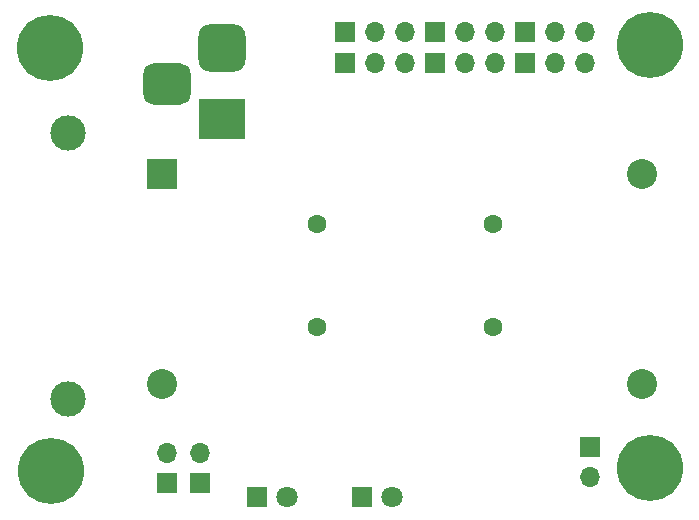
<source format=gbs>
G04 #@! TF.GenerationSoftware,KiCad,Pcbnew,(6.0.5)*
G04 #@! TF.CreationDate,2022-07-15T19:16:37+01:00*
G04 #@! TF.ProjectId,LED-RPi-PCB,4c45442d-5250-4692-9d50-43422e6b6963,rev?*
G04 #@! TF.SameCoordinates,Original*
G04 #@! TF.FileFunction,Soldermask,Bot*
G04 #@! TF.FilePolarity,Negative*
%FSLAX46Y46*%
G04 Gerber Fmt 4.6, Leading zero omitted, Abs format (unit mm)*
G04 Created by KiCad (PCBNEW (6.0.5)) date 2022-07-15 19:16:37*
%MOMM*%
%LPD*%
G01*
G04 APERTURE LIST*
G04 Aperture macros list*
%AMRoundRect*
0 Rectangle with rounded corners*
0 $1 Rounding radius*
0 $2 $3 $4 $5 $6 $7 $8 $9 X,Y pos of 4 corners*
0 Add a 4 corners polygon primitive as box body*
4,1,4,$2,$3,$4,$5,$6,$7,$8,$9,$2,$3,0*
0 Add four circle primitives for the rounded corners*
1,1,$1+$1,$2,$3*
1,1,$1+$1,$4,$5*
1,1,$1+$1,$6,$7*
1,1,$1+$1,$8,$9*
0 Add four rect primitives between the rounded corners*
20,1,$1+$1,$2,$3,$4,$5,0*
20,1,$1+$1,$4,$5,$6,$7,0*
20,1,$1+$1,$6,$7,$8,$9,0*
20,1,$1+$1,$8,$9,$2,$3,0*%
G04 Aperture macros list end*
%ADD10R,1.800000X1.800000*%
%ADD11C,1.800000*%
%ADD12C,3.000000*%
%ADD13R,2.540000X2.540000*%
%ADD14C,2.540000*%
%ADD15C,1.600000*%
%ADD16RoundRect,0.875000X-1.125000X0.875000X-1.125000X-0.875000X1.125000X-0.875000X1.125000X0.875000X0*%
%ADD17RoundRect,1.000000X-1.000000X1.000000X-1.000000X-1.000000X1.000000X-1.000000X1.000000X1.000000X0*%
%ADD18R,4.000000X3.500000*%
%ADD19O,1.700000X1.700000*%
%ADD20R,1.700000X1.700000*%
%ADD21C,5.600000*%
G04 APERTURE END LIST*
D10*
G04 #@! TO.C,D2*
X106299000Y-125222000D03*
D11*
X108839000Y-125222000D03*
G04 #@! TD*
G04 #@! TO.C,D3*
X99949000Y-125222000D03*
D10*
X97409000Y-125222000D03*
G04 #@! TD*
D12*
G04 #@! TO.C,F1*
X81407000Y-94367000D03*
X81407000Y-116967000D03*
G04 #@! TD*
D13*
G04 #@! TO.C,U2*
X89408000Y-97917000D03*
D14*
X89408000Y-115697000D03*
X130048000Y-97917000D03*
X130048000Y-115697000D03*
G04 #@! TD*
D15*
G04 #@! TO.C,U1*
X117389000Y-110858000D03*
X102489000Y-110858000D03*
X117389000Y-102108000D03*
X102489000Y-102108000D03*
G04 #@! TD*
D16*
G04 #@! TO.C,J7*
X89788000Y-90218000D03*
D17*
X94488000Y-87218000D03*
D18*
X94488000Y-93218000D03*
G04 #@! TD*
D19*
G04 #@! TO.C,JP2*
X89789000Y-121539000D03*
D20*
X89789000Y-124079000D03*
G04 #@! TD*
D19*
G04 #@! TO.C,JP1*
X92583000Y-121539000D03*
D20*
X92583000Y-124079000D03*
G04 #@! TD*
D19*
G04 #@! TO.C,J8*
X125222000Y-88519000D03*
X122682000Y-88519000D03*
D20*
X120142000Y-88519000D03*
G04 #@! TD*
D19*
G04 #@! TO.C,J6*
X125222000Y-85852000D03*
X122682000Y-85852000D03*
D20*
X120142000Y-85852000D03*
G04 #@! TD*
D19*
G04 #@! TO.C,J5*
X117602000Y-85852000D03*
X115062000Y-85852000D03*
D20*
X112522000Y-85852000D03*
G04 #@! TD*
G04 #@! TO.C,J4*
X104902000Y-88519000D03*
D19*
X107442000Y-88519000D03*
X109982000Y-88519000D03*
G04 #@! TD*
G04 #@! TO.C,J3*
X117602000Y-88519000D03*
X115062000Y-88519000D03*
D20*
X112522000Y-88519000D03*
G04 #@! TD*
D19*
G04 #@! TO.C,J2*
X109982000Y-85852000D03*
X107442000Y-85852000D03*
D20*
X104902000Y-85852000D03*
G04 #@! TD*
D19*
G04 #@! TO.C,J1*
X125603000Y-123571000D03*
D20*
X125603000Y-121031000D03*
G04 #@! TD*
D21*
G04 #@! TO.C,H4*
X80010000Y-123063000D03*
G04 #@! TD*
G04 #@! TO.C,H3*
X130683000Y-122809000D03*
G04 #@! TD*
G04 #@! TO.C,H2*
X79883000Y-87249000D03*
G04 #@! TD*
G04 #@! TO.C,H1*
X130683000Y-86995000D03*
G04 #@! TD*
M02*

</source>
